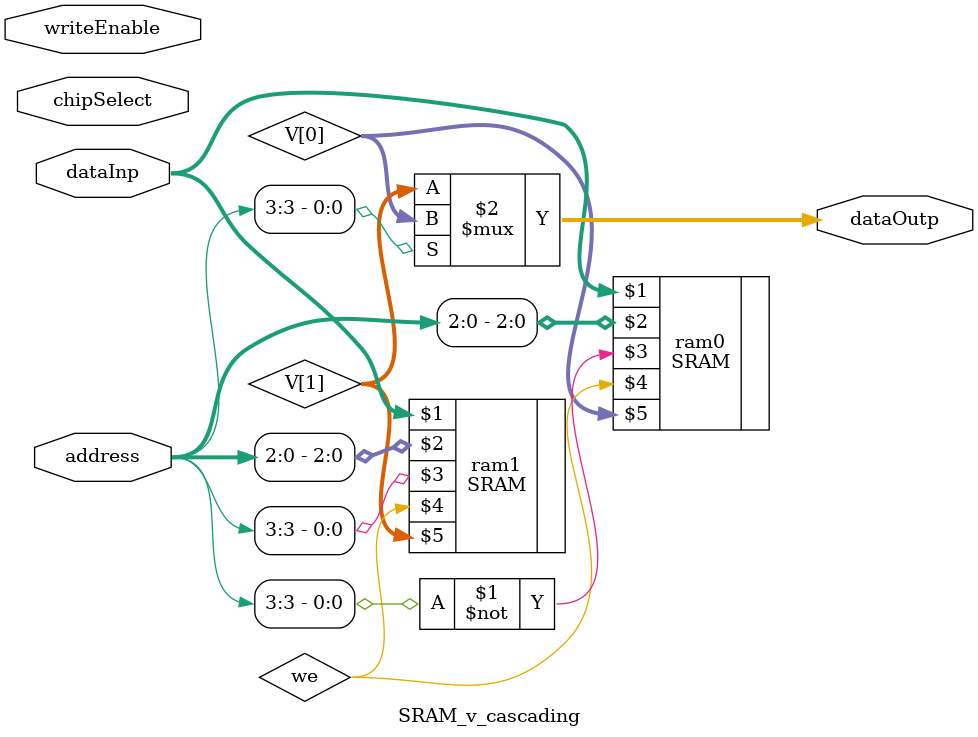
<source format=v>
`include "SRAM.v"
/*
* here we vertically cascade 2 8x4 SRAM
* so, number of blocks will be doubled(8 -> 16)
* thus no. of address bus will increase (4bit address)
*/
module SRAM_v_cascading(
	input[3:0] dataInp,
	input[3:0] address,
	input chipSelect, writeEnable,
	output[3:0] dataOutp);
	
	wire[3:0] V[1:0];
	
	SRAM ram0(dataInp, address[2:0], ~address[3],
	we, V[0]);
	SRAM ram1(dataInp, address[2:0], address[3],
	we, V[1]);
	
	//$display("V[0]=%b  V[1]=%b\n",V[0], V[1]);
	assign dataOutp = address[3]?V[0]:V[1] ;
endmodule
</source>
